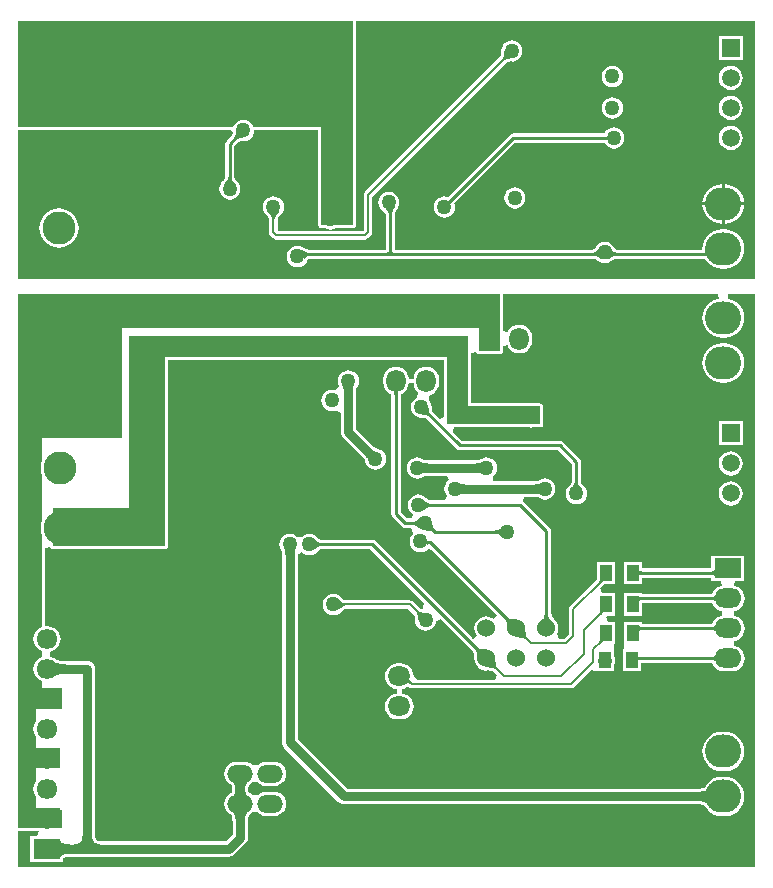
<source format=gbl>
G04*
G04 #@! TF.GenerationSoftware,Altium Limited,Altium Designer,20.1.7 (139)*
G04*
G04 Layer_Physical_Order=2*
G04 Layer_Color=16711680*
%FSTAX24Y24*%
%MOIN*%
G70*
G04*
G04 #@! TF.SameCoordinates,32A48367-B763-4124-948E-770BFEAF10EB*
G04*
G04*
G04 #@! TF.FilePolarity,Positive*
G04*
G01*
G75*
%ADD16C,0.0079*%
%ADD17C,0.0100*%
%ADD27R,0.0394X0.0550*%
%ADD31C,0.0600*%
%ADD57C,0.0315*%
%ADD61C,0.0512*%
%ADD62O,0.0860X0.0600*%
%ADD63C,0.1100*%
%ADD64O,0.1200X0.1100*%
%ADD65C,0.0598*%
%ADD66R,0.0598X0.0598*%
%ADD67O,0.0750X0.0650*%
%ADD68O,0.0709X0.0650*%
%ADD69R,0.0900X0.0650*%
%ADD70O,0.0900X0.0650*%
%ADD71O,0.0650X0.0750*%
%ADD72C,0.0500*%
G36*
X017648Y04595D02*
X017614Y04595D01*
X017552Y045945D01*
X017525Y045941D01*
X0175Y045935D01*
X017477Y045928D01*
X017456Y045919D01*
X017437Y045909D01*
X01742Y045898D01*
X017406Y045885D01*
X017335Y045956D01*
X017348Y04597D01*
X017359Y045987D01*
X017369Y046006D01*
X017378Y046027D01*
X017385Y04605D01*
X017391Y046075D01*
X017395Y046102D01*
X017398Y046132D01*
X0174Y046198D01*
X017648Y04595D01*
D02*
G37*
G36*
X017251Y044626D02*
X017255Y044606D01*
X017261Y044586D01*
X01727Y044565D01*
X017281Y044544D01*
X017295Y044522D01*
X017311Y044499D01*
X01733Y044476D01*
X017375Y044429D01*
X017025D01*
X017049Y044453D01*
X017089Y044499D01*
X017105Y044522D01*
X017119Y044544D01*
X01713Y044565D01*
X017139Y044586D01*
X017145Y044606D01*
X017149Y044626D01*
X01715Y044645D01*
X01725D01*
X017251Y044626D01*
D02*
G37*
G36*
X0213Y04305D02*
X02025D01*
Y0463D01*
X017987D01*
X017956Y046377D01*
X0179Y04645D01*
X017827Y046506D01*
X017741Y046541D01*
X01765Y046553D01*
X017559Y046541D01*
X017473Y046506D01*
X0174Y04645D01*
X017344Y046377D01*
X017313Y0463D01*
X010153D01*
Y049847D01*
X0213D01*
Y04305D01*
D02*
G37*
G36*
X034697Y04125D02*
X010153D01*
Y046198D01*
X017249D01*
X017296Y046148D01*
X017296Y046139D01*
X017294Y046116D01*
X01729Y046094D01*
X017286Y046076D01*
X017282Y046061D01*
X017277Y046049D01*
X017272Y04604D01*
X017268Y046035D01*
X017092Y045858D01*
X017059Y045809D01*
X017047Y04575D01*
Y044637D01*
X017046Y044631D01*
X017043Y044621D01*
X017038Y044609D01*
X01703Y044595D01*
X01702Y044579D01*
X017009Y044563D01*
X016974Y044522D01*
X016957Y044504D01*
X01695Y0445D01*
X016894Y044427D01*
X016859Y044341D01*
X016847Y04425D01*
X016859Y044159D01*
X016894Y044073D01*
X01695Y044D01*
X017023Y043944D01*
X017109Y043909D01*
X0172Y043897D01*
X017291Y043909D01*
X017377Y043944D01*
X01745Y044D01*
X017506Y044073D01*
X017541Y044159D01*
X017553Y04425D01*
X017541Y044341D01*
X017506Y044427D01*
X01745Y0445D01*
X017444Y044504D01*
X017407Y044544D01*
X017392Y044562D01*
X01738Y044579D01*
X01737Y044595D01*
X017362Y044609D01*
X017357Y044621D01*
X017354Y044631D01*
X017353Y044637D01*
Y045687D01*
X017485Y045818D01*
X01749Y045822D01*
X017499Y045827D01*
X017511Y045831D01*
X017526Y045836D01*
X017544Y04584D01*
X017564Y045844D01*
X017618Y045848D01*
X017642Y045848D01*
X01765Y045847D01*
X017741Y045859D01*
X017827Y045894D01*
X0179Y04595D01*
X017956Y046023D01*
X017991Y046109D01*
X018003Y046198D01*
X020148D01*
Y04305D01*
X020156Y043011D01*
X020178Y042978D01*
X020211Y042956D01*
X02025Y042948D01*
X020369D01*
X020373Y042944D01*
X020459Y042909D01*
X02055Y042897D01*
X020641Y042909D01*
X020727Y042944D01*
X020731Y042948D01*
X0213D01*
X021339Y042956D01*
X021372Y042978D01*
X021394Y043011D01*
X021402Y04305D01*
Y049847D01*
X034697D01*
Y04125D01*
D02*
G37*
G36*
Y021653D02*
X010153D01*
Y022848D01*
X010831D01*
X010848Y022832D01*
X010786Y022675D01*
X01055D01*
Y021825D01*
X01165D01*
Y021934D01*
X011651Y021942D01*
X011652Y021946D01*
X011654Y021949D01*
X01166Y021954D01*
X011673Y021962D01*
X011694Y021971D01*
X011724Y021979D01*
X011763Y021985D01*
X011809Y021989D01*
X011855Y02199D01*
X01717D01*
X017237Y021999D01*
X0173Y022025D01*
X017354Y022066D01*
X017734Y022446D01*
X017775Y0225D01*
X017801Y022563D01*
X01781Y02263D01*
Y023148D01*
X017811Y023205D01*
X017815Y023263D01*
X017822Y023313D01*
X017831Y023352D01*
X017841Y023382D01*
X017842Y023384D01*
X017882Y023401D01*
X017965Y023465D01*
X018135D01*
X018218Y023401D01*
X018316Y02336D01*
X01842Y023347D01*
X01868D01*
X018784Y02336D01*
X018882Y023401D01*
X018965Y023465D01*
X019029Y023548D01*
X01907Y023646D01*
X019083Y02375D01*
X01907Y023854D01*
X019029Y023952D01*
X018965Y024035D01*
X018882Y024099D01*
X018784Y02414D01*
X01868Y024153D01*
X01842D01*
X018316Y02414D01*
X018218Y024099D01*
X018135Y024035D01*
X017965D01*
X017882Y024099D01*
X017842Y024116D01*
X017841Y024118D01*
X017831Y024148D01*
X017822Y024186D01*
X017815Y024259D01*
X017815Y024263D01*
X017822Y024313D01*
X017831Y024352D01*
X017841Y024382D01*
X017842Y024384D01*
X017882Y024401D01*
X017965Y024465D01*
X018135D01*
X018218Y024401D01*
X018316Y02436D01*
X01842Y024347D01*
X01868D01*
X018784Y02436D01*
X018882Y024401D01*
X018965Y024465D01*
X019029Y024548D01*
X01907Y024646D01*
X019083Y02475D01*
X01907Y024854D01*
X019029Y024952D01*
X018965Y025035D01*
X018882Y025099D01*
X018784Y02514D01*
X01868Y025153D01*
X01842D01*
X018316Y02514D01*
X018218Y025099D01*
X018135Y025035D01*
X017965D01*
X017882Y025099D01*
X017784Y02514D01*
X01768Y025153D01*
X01742D01*
X017316Y02514D01*
X017218Y025099D01*
X017135Y025035D01*
X017071Y024952D01*
X01703Y024854D01*
X017017Y02475D01*
X01703Y024646D01*
X017071Y024548D01*
X017135Y024465D01*
X017218Y024401D01*
X017258Y024384D01*
X017259Y024382D01*
X017269Y024352D01*
X017278Y024314D01*
X017285Y024241D01*
X017285Y024237D01*
X017278Y024187D01*
X017269Y024148D01*
X017259Y024118D01*
X017258Y024116D01*
X017218Y024099D01*
X017135Y024035D01*
X017071Y023952D01*
X01703Y023854D01*
X017017Y02375D01*
X01703Y023646D01*
X017071Y023548D01*
X017135Y023465D01*
X017218Y023401D01*
X017258Y023384D01*
X017259Y023382D01*
X017269Y023352D01*
X017278Y023314D01*
X017289Y023203D01*
X01729Y023148D01*
Y022738D01*
X017062Y02251D01*
X01292D01*
X012874Y022512D01*
X012834Y022519D01*
X012802Y02253D01*
X012778Y022543D01*
X012759Y022559D01*
X012743Y022578D01*
X01273Y022602D01*
X012719Y022634D01*
X012712Y022674D01*
X01271Y02272D01*
Y02825D01*
X012701Y028317D01*
X012675Y02838D01*
X012634Y028434D01*
X01258Y028475D01*
X012517Y028501D01*
X01245Y02851D01*
X011723D01*
X011629Y028514D01*
X011587Y028519D01*
X011547Y028526D01*
X01151Y028534D01*
X011477Y028544D01*
X011447Y028556D01*
X01142Y028569D01*
X011396Y028584D01*
X011371Y028602D01*
X011364Y028606D01*
X011344Y028621D01*
X01124Y028664D01*
X011191Y028671D01*
Y028829D01*
X01124Y028836D01*
X011344Y028879D01*
X011432Y028947D01*
X011501Y029036D01*
X011543Y029139D01*
X011558Y02925D01*
X011543Y029361D01*
X011501Y029464D01*
X011432Y029553D01*
X011344Y029621D01*
X01124Y029664D01*
X011129Y029679D01*
X011071D01*
X011052Y029695D01*
Y032279D01*
X011195Y032309D01*
X011209Y032306D01*
X011228Y032278D01*
X011261Y032256D01*
X0113Y032248D01*
X015037Y032248D01*
X01505Y032248D01*
X01505Y032248D01*
X015089Y032256D01*
X015122Y032278D01*
X015144Y032311D01*
X015152Y03235D01*
X015152Y03235D01*
X015152Y032363D01*
X015152Y038548D01*
X024348Y038548D01*
X024348Y036635D01*
X024203Y036575D01*
X023962Y036815D01*
X023959Y03682D01*
X023954Y036829D01*
X023949Y036842D01*
X023944Y036857D01*
X02394Y036875D01*
X023937Y036895D01*
X023933Y036949D01*
X023933Y036973D01*
X023934Y036981D01*
X023922Y037072D01*
X023886Y037157D01*
X023835Y037224D01*
X023844Y037298D01*
X023847Y037317D01*
X023877Y037393D01*
X023964Y037429D01*
X024053Y037497D01*
X024121Y037586D01*
X024164Y037689D01*
X024179Y0378D01*
Y0379D01*
X024164Y038011D01*
X024121Y038114D01*
X024053Y038203D01*
X023964Y038271D01*
X023861Y038314D01*
X02375Y038329D01*
X023639Y038314D01*
X023536Y038271D01*
X023447Y038203D01*
X023379Y038114D01*
X023336Y038011D01*
X023326Y037933D01*
X023324Y037923D01*
X023166D01*
X023164Y037933D01*
X023154Y038011D01*
X023111Y038114D01*
X023043Y038203D01*
X022954Y038271D01*
X022851Y038314D01*
X02274Y038329D01*
X022629Y038314D01*
X022526Y038271D01*
X022437Y038203D01*
X022369Y038114D01*
X022326Y038011D01*
X022311Y0379D01*
Y0378D01*
X022326Y037689D01*
X022369Y037586D01*
X022437Y037497D01*
X022526Y037429D01*
X022587Y037403D01*
Y03341D01*
X022599Y033351D01*
X022632Y033302D01*
X022942Y032992D01*
X022991Y032959D01*
X02305Y032947D01*
X023239D01*
X023275Y032901D01*
X0233Y03275D01*
X023244Y032677D01*
X023209Y032591D01*
X023197Y0325D01*
X023209Y032409D01*
X023244Y032323D01*
X0233Y03225D01*
X023373Y032194D01*
X023459Y032159D01*
X02355Y032147D01*
X023641Y032159D01*
X023727Y032194D01*
X0238Y03225D01*
X023878Y032256D01*
X026098Y030035D01*
X025994Y029917D01*
X025952Y029949D01*
X025854Y02999D01*
X02575Y030003D01*
X025646Y02999D01*
X025548Y029949D01*
X025465Y029885D01*
X025401Y029802D01*
X02536Y029704D01*
X025347Y0296D01*
X02536Y029496D01*
X025401Y029398D01*
X025433Y029356D01*
X025315Y029252D01*
X022058Y032508D01*
X022009Y032541D01*
X02195Y032553D01*
X020237D01*
X020231Y032554D01*
X020221Y032557D01*
X020209Y032562D01*
X020195Y03257D01*
X020179Y03258D01*
X020163Y032591D01*
X020122Y032626D01*
X020104Y032643D01*
X0201Y03265D01*
X020027Y032706D01*
X019941Y032741D01*
X01985Y032753D01*
X019759Y032741D01*
X019673Y032706D01*
X0196Y03265D01*
X01945D01*
X019377Y032706D01*
X019291Y032741D01*
X0192Y032753D01*
X019109Y032741D01*
X019023Y032706D01*
X01895Y03265D01*
X018894Y032577D01*
X018859Y032491D01*
X018847Y0324D01*
X018859Y032309D01*
X018894Y032223D01*
X018935Y03217D01*
X01894Y032083D01*
Y0258D01*
X018949Y025733D01*
X018975Y02567D01*
X019016Y025616D01*
X020816Y023816D01*
X02087Y023775D01*
X020933Y023749D01*
X021Y02374D01*
X03277D01*
X032828Y023739D01*
X032889Y023735D01*
X032941Y023728D01*
X032983Y023719D01*
X033014Y023709D01*
X03302Y023705D01*
X033057Y023637D01*
X033138Y023538D01*
X033237Y023457D01*
X03335Y023397D01*
X033473Y023359D01*
X0336Y023347D01*
X0337D01*
X033827Y023359D01*
X03395Y023397D01*
X034063Y023457D01*
X034162Y023538D01*
X034243Y023637D01*
X034303Y02375D01*
X034341Y023873D01*
X034353Y024D01*
X034341Y024127D01*
X034303Y02425D01*
X034243Y024363D01*
X034162Y024462D01*
X034063Y024543D01*
X03395Y024603D01*
X033827Y024641D01*
X0337Y024653D01*
X0336D01*
X033473Y024641D01*
X03335Y024603D01*
X033237Y024543D01*
X033138Y024462D01*
X033057Y024363D01*
X03302Y024295D01*
X033014Y024291D01*
X032983Y024281D01*
X032942Y024272D01*
X032827Y024261D01*
X03277Y02426D01*
X021108D01*
X01946Y025908D01*
Y032068D01*
X01946Y032075D01*
X019557Y032127D01*
X019584Y032134D01*
X019619Y032136D01*
X019673Y032094D01*
X019759Y032059D01*
X01985Y032047D01*
X019941Y032059D01*
X020027Y032094D01*
X0201Y03215D01*
X020104Y032156D01*
X020144Y032193D01*
X020162Y032208D01*
X020179Y03222D01*
X020195Y03223D01*
X020209Y032238D01*
X020221Y032243D01*
X020231Y032246D01*
X020237Y032247D01*
X021887D01*
X023677Y030457D01*
X023654Y030267D01*
X023604Y030236D01*
X023587Y030239D01*
X023571Y030243D01*
X023559Y030248D01*
X02355Y030252D01*
X023547Y030254D01*
X0233Y0305D01*
X023254Y030531D01*
X0232Y030542D01*
X021043D01*
X021039Y030543D01*
X02103Y030546D01*
X021018Y030552D01*
X021003Y03056D01*
X020986Y030571D01*
X020969Y030585D01*
X020924Y030624D01*
X020904Y030643D01*
X0209Y03065D01*
X020827Y030706D01*
X020741Y030741D01*
X02065Y030753D01*
X020559Y030741D01*
X020473Y030706D01*
X0204Y03065D01*
X020344Y030577D01*
X020309Y030491D01*
X020297Y0304D01*
X020309Y030309D01*
X020344Y030223D01*
X0204Y03015D01*
X020473Y030094D01*
X020559Y030059D01*
X02065Y030047D01*
X020741Y030059D01*
X020827Y030094D01*
X0209Y03015D01*
X020904Y030157D01*
X020924Y030176D01*
X020969Y030215D01*
X020986Y030229D01*
X021003Y03024D01*
X021018Y030248D01*
X02103Y030254D01*
X021039Y030257D01*
X021043Y030258D01*
X023141D01*
X023346Y030053D01*
X023348Y03005D01*
X023352Y030041D01*
X023357Y030029D01*
X023361Y030013D01*
X023365Y029993D01*
X023368Y029971D01*
X023372Y029912D01*
X023372Y029884D01*
X023371Y029876D01*
X023383Y029785D01*
X023418Y029699D01*
X023474Y029626D01*
X023548Y02957D01*
X023633Y029535D01*
X023724Y029523D01*
X023815Y029535D01*
X023901Y02957D01*
X023974Y029626D01*
X02403Y029699D01*
X024065Y029785D01*
X024072Y029839D01*
X024168Y029891D01*
X024233Y029901D01*
X025311Y028823D01*
X025316Y028815D01*
X025322Y028803D01*
X025328Y028786D01*
X025334Y028765D01*
X025339Y028741D01*
X025343Y028713D01*
X025348Y028643D01*
X025348Y028611D01*
X025347Y0286D01*
X02536Y028496D01*
X025401Y028398D01*
X025465Y028315D01*
X025548Y028251D01*
X025646Y02821D01*
X02575Y028197D01*
X025761Y028198D01*
X025796Y028198D01*
X025872Y028194D01*
X025901Y02819D01*
X025928Y028185D01*
X025949Y02818D01*
X025966Y028174D01*
X025978Y028169D01*
X025984Y028165D01*
X026099Y02805D01*
X026034Y027892D01*
X023472D01*
X023329Y02801D01*
X023314Y028121D01*
X023271Y028224D01*
X023203Y028313D01*
X023114Y028381D01*
X023011Y028424D01*
X0229Y028439D01*
X0228D01*
X022689Y028424D01*
X022586Y028381D01*
X022497Y028313D01*
X022429Y028224D01*
X022386Y028121D01*
X022371Y02801D01*
X022386Y027899D01*
X022429Y027796D01*
X022497Y027707D01*
X022586Y027639D01*
X022689Y027596D01*
X022767Y027586D01*
X022777Y027584D01*
Y027426D01*
X022767Y027424D01*
X022689Y027414D01*
X022586Y027371D01*
X022497Y027303D01*
X022429Y027214D01*
X022386Y027111D01*
X022371Y027D01*
X022386Y026889D01*
X022429Y026786D01*
X022497Y026697D01*
X022586Y026629D01*
X022689Y026586D01*
X0228Y026571D01*
X0229D01*
X023011Y026586D01*
X023114Y026629D01*
X023203Y026697D01*
X023271Y026786D01*
X023314Y026889D01*
X023329Y027D01*
X023314Y027111D01*
X023271Y027214D01*
X023203Y027303D01*
X023114Y027371D01*
X023011Y027414D01*
X022933Y027424D01*
X022923Y027426D01*
Y027584D01*
X022933Y027586D01*
X023011Y027596D01*
X023114Y027639D01*
X02315Y027666D01*
X023166Y02765D01*
X023212Y027619D01*
X023267Y027608D01*
X023267Y027608D01*
X028578D01*
X028632Y027619D01*
X028678Y02765D01*
X029246Y028217D01*
X029403Y028175D01*
Y028175D01*
X029997D01*
Y028342D01*
X030006Y028353D01*
X030041Y028439D01*
X030053Y02853D01*
X030041Y028621D01*
X030006Y028707D01*
X029997Y028718D01*
Y028925D01*
X029997D01*
X030015Y029075D01*
X030047D01*
Y029825D01*
X029815D01*
X029737Y029982D01*
X029769Y030025D01*
X030047D01*
Y030775D01*
X029599D01*
X029533Y030932D01*
X029643Y031042D01*
X02967Y031066D01*
X02968Y031074D01*
X029683Y031075D01*
X029683D01*
X029686Y031074D01*
X02969Y031075D01*
X030047D01*
Y031825D01*
X029453D01*
Y031306D01*
X02945Y031293D01*
Y031253D01*
X029443Y031244D01*
X02855Y03035D01*
X028519Y030304D01*
X028508Y03025D01*
Y029409D01*
X028341Y029242D01*
X028178D01*
X028099Y029398D01*
X02814Y029496D01*
X028153Y0296D01*
X02814Y029704D01*
X028099Y029802D01*
X028035Y029885D01*
X028026Y029892D01*
X028004Y029914D01*
X027958Y029968D01*
X027946Y029983D01*
X027947Y029985D01*
X027951Y029998D01*
X02795Y030005D01*
X027952Y030011D01*
X027949Y030024D01*
X027948Y030038D01*
X027945Y030044D01*
X027944Y03005D01*
X027936Y030061D01*
X02793Y030074D01*
X027925Y030078D01*
X027922Y030083D01*
X02791Y030091D01*
X027903Y030097D01*
X027903Y030101D01*
Y03285D01*
X027891Y032909D01*
X027858Y032958D01*
X026996Y03382D01*
X026977Y033833D01*
X027002Y033988D01*
X027003Y03399D01*
X027368D01*
X027428Y033989D01*
X027461Y033987D01*
X02747Y033986D01*
X027523Y033944D01*
X027609Y033909D01*
X0277Y033897D01*
X027791Y033909D01*
X027877Y033944D01*
X02795Y034D01*
X028006Y034073D01*
X028041Y034159D01*
X028053Y03425D01*
X028041Y034341D01*
X028006Y034427D01*
X02795Y0345D01*
X027877Y034556D01*
X027791Y034591D01*
X0277Y034603D01*
X027609Y034591D01*
X027523Y034556D01*
X02747Y034515D01*
X027383Y03451D01*
X025998D01*
X02598Y034543D01*
X025956Y034667D01*
X026Y0347D01*
X026056Y034773D01*
X026091Y034859D01*
X026103Y03495D01*
X026091Y035041D01*
X026056Y035127D01*
X026Y0352D01*
X025927Y035256D01*
X025841Y035291D01*
X02575Y035303D01*
X025659Y035291D01*
X025573Y035256D01*
X02552Y035215D01*
X025433Y03521D01*
X023782D01*
X023722Y035211D01*
X023689Y035213D01*
X02368Y035214D01*
X023627Y035256D01*
X023541Y035291D01*
X02345Y035303D01*
X023359Y035291D01*
X023273Y035256D01*
X0232Y0352D01*
X023144Y035127D01*
X023109Y035041D01*
X023097Y03495D01*
X023109Y034859D01*
X023144Y034773D01*
X0232Y0347D01*
X023273Y034644D01*
X023359Y034609D01*
X02345Y034597D01*
X023541Y034609D01*
X023627Y034644D01*
X02368Y034685D01*
X023767Y03469D01*
X024452D01*
X02447Y034657D01*
X024494Y034533D01*
X02445Y0345D01*
X024394Y034427D01*
X024359Y034341D01*
X024347Y03425D01*
X024359Y034159D01*
X024394Y034073D01*
X024434Y034022D01*
X024413Y033938D01*
X024368Y033865D01*
X023875D01*
X023869Y033866D01*
X023859Y033869D01*
X023847Y033874D01*
X023833Y033881D01*
X023817Y033891D01*
X0238Y033903D01*
X02376Y033938D01*
X023742Y033955D01*
X023738Y033961D01*
X023664Y034018D01*
X023579Y034053D01*
X023488Y034065D01*
X023397Y034053D01*
X023311Y034018D01*
X023238Y033961D01*
X023182Y033888D01*
X023147Y033803D01*
X023135Y033712D01*
X023147Y03362D01*
X023182Y033535D01*
X023238Y033462D01*
X023295Y033419D01*
X023295Y033419D01*
X023306Y033398D01*
X023307Y033395D01*
X023257Y033287D01*
X023096Y033271D01*
X022893Y033473D01*
Y037403D01*
X022954Y037429D01*
X023043Y037497D01*
X023111Y037586D01*
X023154Y037689D01*
X023164Y037767D01*
X023166Y037777D01*
X023324D01*
X023326Y037767D01*
X023336Y037689D01*
X023379Y037586D01*
X023447Y037497D01*
X023471Y037478D01*
X023477Y037432D01*
X023444Y037303D01*
X023404Y037286D01*
X023331Y03723D01*
X023275Y037157D01*
X02324Y037072D01*
X023228Y036981D01*
X02324Y036889D01*
X023275Y036804D01*
X023331Y036731D01*
X023404Y036675D01*
X023489Y03664D01*
X023581Y036628D01*
X023587Y036629D01*
X023642Y036627D01*
X023665Y036624D01*
X023686Y036621D01*
X023705Y036617D01*
X02372Y036612D01*
X023732Y036607D01*
X023741Y036602D01*
X023746Y036599D01*
X024753Y035592D01*
X024803Y035559D01*
X024861Y035547D01*
X028137D01*
X028597Y035087D01*
Y034487D01*
X028596Y034481D01*
X028593Y034471D01*
X028588Y034459D01*
X02858Y034445D01*
X02857Y034429D01*
X028559Y034413D01*
X028524Y034372D01*
X028507Y034354D01*
X0285Y03435D01*
X028444Y034277D01*
X028409Y034191D01*
X028397Y0341D01*
X028409Y034009D01*
X028444Y033923D01*
X0285Y03385D01*
X028573Y033794D01*
X028659Y033759D01*
X02875Y033747D01*
X028841Y033759D01*
X028927Y033794D01*
X029Y03385D01*
X029056Y033923D01*
X029091Y034009D01*
X029103Y0341D01*
X029091Y034191D01*
X029056Y034277D01*
X029Y03435D01*
X028994Y034354D01*
X028957Y034394D01*
X028942Y034412D01*
X02893Y034429D01*
X02892Y034445D01*
X028912Y034459D01*
X028907Y034471D01*
X028904Y034481D01*
X028903Y034487D01*
Y03515D01*
X028891Y035209D01*
X028858Y035258D01*
X028308Y035808D01*
X028259Y035841D01*
X0282Y035853D01*
X024925D01*
X024625Y036153D01*
X024685Y036298D01*
X027197D01*
X02725Y036291D01*
X027303Y036298D01*
X02755D01*
X027589Y036306D01*
X027622Y036328D01*
X027644Y036361D01*
X027652Y0364D01*
Y037D01*
X027644Y037039D01*
X027622Y037072D01*
X027589Y037094D01*
X02755Y037102D01*
X025252D01*
Y038779D01*
X025395Y038809D01*
X025409Y038806D01*
X025428Y038778D01*
X025461Y038756D01*
X0255Y038748D01*
X0262D01*
X026239Y038756D01*
X026272Y038778D01*
X026294Y038811D01*
X026302Y03885D01*
Y039001D01*
X026459Y039032D01*
X026479Y038986D01*
X026547Y038897D01*
X026636Y038829D01*
X026739Y038786D01*
X02685Y038771D01*
X026961Y038786D01*
X027064Y038829D01*
X027153Y038897D01*
X027221Y038986D01*
X027264Y039089D01*
X027279Y0392D01*
Y0393D01*
X027264Y039411D01*
X027221Y039514D01*
X027153Y039603D01*
X027064Y039671D01*
X026961Y039714D01*
X02685Y039729D01*
X026739Y039714D01*
X026636Y039671D01*
X026547Y039603D01*
X026479Y039514D01*
X026459Y039468D01*
X026302Y039499D01*
Y04075D01*
X033484D01*
X033492Y040593D01*
X033473Y040591D01*
X03335Y040553D01*
X033237Y040493D01*
X033138Y040412D01*
X033057Y040313D01*
X032997Y0402D01*
X032959Y040077D01*
X032947Y03995D01*
X032959Y039823D01*
X032997Y0397D01*
X033057Y039587D01*
X033138Y039488D01*
X033237Y039407D01*
X03335Y039347D01*
X033473Y039309D01*
X0336Y039297D01*
X0337D01*
X033827Y039309D01*
X03395Y039347D01*
X034063Y039407D01*
X034162Y039488D01*
X034243Y039587D01*
X034303Y0397D01*
X034341Y039823D01*
X034353Y03995D01*
X034341Y040077D01*
X034303Y0402D01*
X034243Y040313D01*
X034162Y040412D01*
X034063Y040493D01*
X03395Y040553D01*
X033827Y040591D01*
X033808Y040593D01*
X033816Y04075D01*
X034697D01*
Y021653D01*
D02*
G37*
G36*
X0262Y03885D02*
X0255D01*
Y0396D01*
X0136D01*
Y03595D01*
X01095D01*
Y035205D01*
X010947Y035199D01*
X01091Y035077D01*
X010897Y034949D01*
X01091Y034822D01*
X010947Y034699D01*
X01095Y034694D01*
Y033194D01*
X010913Y033073D01*
X010901Y032946D01*
X010913Y032819D01*
X01095Y032698D01*
Y02966D01*
X010856Y029621D01*
X010768Y029553D01*
X010699Y029464D01*
X010657Y029361D01*
X010642Y02925D01*
X010657Y029139D01*
X010699Y029036D01*
X010768Y028947D01*
X010856Y028879D01*
X01095Y02884D01*
Y02866D01*
X010856Y028621D01*
X010768Y028553D01*
X010699Y028464D01*
X010657Y028361D01*
X010642Y02825D01*
X010657Y028139D01*
X010699Y028036D01*
X010768Y027947D01*
X010856Y027879D01*
X01095Y02784D01*
Y0276D01*
X0116D01*
Y0269D01*
X01075D01*
Y02653D01*
X010699Y026464D01*
X010657Y026361D01*
X010642Y02625D01*
X010657Y026139D01*
X010699Y026036D01*
X01075Y02597D01*
Y0256D01*
X01155D01*
Y02495D01*
X01075D01*
Y02453D01*
X010699Y024464D01*
X010657Y024361D01*
X010642Y02425D01*
X010657Y024139D01*
X010699Y024036D01*
X01075Y02397D01*
Y0236D01*
X01155D01*
Y02355D01*
X0116D01*
Y02295D01*
X010153D01*
Y0396D01*
Y04075D01*
X0262D01*
Y03885D01*
D02*
G37*
G36*
X02283Y037492D02*
X022822Y037489D01*
X022814Y037483D01*
X022808Y037475D01*
X022802Y037465D01*
X022798Y037452D01*
X022794Y037437D01*
X022792Y03742D01*
X022791Y037401D01*
X02279Y03738D01*
X02269D01*
X022689Y037401D01*
X022688Y03742D01*
X022686Y037437D01*
X022682Y037452D01*
X022678Y037465D01*
X022672Y037475D01*
X022666Y037483D01*
X022658Y037489D01*
X02265Y037492D01*
X02264Y037493D01*
X02284D01*
X02283Y037492D01*
D02*
G37*
G36*
X023831Y036944D02*
X023836Y036883D01*
X02384Y036856D01*
X023846Y03683D01*
X023853Y036807D01*
X023862Y036786D01*
X023871Y036768D01*
X023883Y036751D01*
X023895Y036737D01*
X023825Y036666D01*
X02381Y036679D01*
X023794Y03669D01*
X023775Y0367D01*
X023754Y036708D01*
X023731Y036715D01*
X023706Y036721D01*
X023678Y036726D01*
X023649Y036729D01*
X023583Y036731D01*
X023831Y036978D01*
X023831Y036944D01*
D02*
G37*
G36*
X02515Y037D02*
X02755D01*
Y0364D01*
X02445D01*
X02445Y03865D01*
X01505Y03865D01*
X01505Y03235D01*
X0113Y03235D01*
Y0336D01*
X01385D01*
Y03935D01*
X02515D01*
Y037D01*
D02*
G37*
G36*
X025571Y034775D02*
X025567Y034778D01*
X025559Y034781D01*
X025549Y034784D01*
X025537Y034786D01*
X025521Y034788D01*
X025483Y034791D01*
X025406Y034793D01*
Y035107D01*
X025434Y035108D01*
X025537Y035114D01*
X025549Y035116D01*
X025559Y035119D01*
X025567Y035122D01*
X025571Y035125D01*
Y034775D01*
D02*
G37*
G36*
X023633Y035122D02*
X023641Y035119D01*
X023651Y035116D01*
X023663Y035114D01*
X023679Y035112D01*
X023717Y035109D01*
X023794Y035107D01*
Y034793D01*
X023766Y034792D01*
X023663Y034786D01*
X023651Y034784D01*
X023641Y034781D01*
X023633Y034778D01*
X023629Y034775D01*
Y035125D01*
X023633Y035122D01*
D02*
G37*
G36*
X028801Y034476D02*
X028805Y034456D01*
X028811Y034436D01*
X02882Y034415D01*
X028831Y034394D01*
X028845Y034372D01*
X028861Y034349D01*
X02888Y034326D01*
X028925Y034279D01*
X028575D01*
X028599Y034303D01*
X028639Y034349D01*
X028655Y034372D01*
X028669Y034394D01*
X02868Y034415D01*
X028689Y034436D01*
X028695Y034456D01*
X028699Y034476D01*
X0287Y034495D01*
X0288D01*
X028801Y034476D01*
D02*
G37*
G36*
X027521Y034075D02*
X027517Y034078D01*
X027509Y034081D01*
X027499Y034084D01*
X027487Y034086D01*
X027471Y034088D01*
X027433Y034091D01*
X027356Y034093D01*
Y034407D01*
X027384Y034408D01*
X027487Y034414D01*
X027499Y034416D01*
X027509Y034419D01*
X027517Y034422D01*
X027521Y034425D01*
Y034075D01*
D02*
G37*
G36*
X024883Y034422D02*
X024891Y034419D01*
X024901Y034416D01*
X024913Y034414D01*
X024929Y034412D01*
X024967Y034409D01*
X025044Y034407D01*
Y034093D01*
X025016Y034092D01*
X024913Y034086D01*
X024901Y034084D01*
X024891Y034081D01*
X024883Y034078D01*
X024879Y034075D01*
Y034425D01*
X024883Y034422D01*
D02*
G37*
G36*
X023691Y033863D02*
X023737Y033823D01*
X02376Y033807D01*
X023782Y033793D01*
X023803Y033782D01*
X023824Y033773D01*
X023844Y033767D01*
X023864Y033763D01*
X023883Y033762D01*
Y033662D01*
X023864Y033661D01*
X023844Y033657D01*
X023824Y033651D01*
X023803Y033642D01*
X023782Y033631D01*
X02376Y033617D01*
X023737Y033601D01*
X023714Y033582D01*
X023666Y033537D01*
Y033887D01*
X023691Y033863D01*
D02*
G37*
G36*
X023521Y032925D02*
X023497Y032949D01*
X023451Y032989D01*
X023428Y033005D01*
X023406Y033019D01*
X023385Y03303D01*
X023364Y033039D01*
X023344Y033045D01*
X023324Y033049D01*
X023305Y03305D01*
Y03315D01*
X023324Y033151D01*
X023344Y033155D01*
X023364Y033161D01*
X023385Y03317D01*
X023406Y033181D01*
X023428Y033195D01*
X023451Y033211D01*
X023474Y03323D01*
X023521Y033275D01*
Y032925D01*
D02*
G37*
G36*
X023953Y033103D02*
X023975Y033011D01*
X023984Y032985D01*
X023993Y032962D01*
X024003Y032941D01*
X024013Y032923D01*
X024024Y032907D01*
X024035Y032894D01*
X023977Y032811D01*
X023961Y032824D01*
X023944Y032836D01*
X023926Y032845D01*
X023905Y032852D01*
X023883Y032858D01*
X023859Y032861D01*
X023833Y032862D01*
X023805Y032861D01*
X023775Y032859D01*
X023744Y032854D01*
X023947Y033139D01*
X023953Y033103D01*
D02*
G37*
G36*
X026271Y032643D02*
X026247Y032666D01*
X026201Y032706D01*
X026178Y032723D01*
X026156Y032736D01*
X026135Y032748D01*
X026114Y032756D01*
X026094Y032763D01*
X026074Y032766D01*
X026055Y032768D01*
Y032868D01*
X026074Y032869D01*
X026094Y032873D01*
X026114Y032879D01*
X026135Y032888D01*
X026156Y032899D01*
X026178Y032913D01*
X026201Y032929D01*
X026224Y032948D01*
X026271Y032993D01*
Y032643D01*
D02*
G37*
G36*
X023794Y032558D02*
X023799Y03255D01*
X023805Y032542D01*
X023812Y032536D01*
X023821Y03253D01*
X023831Y032525D01*
X023842Y032522D01*
X023854Y032519D01*
X023868Y032518D01*
X023883Y032517D01*
Y032417D01*
X023865Y032417D01*
X023849Y032415D01*
X023834Y032413D01*
X02382Y03241D01*
X023808Y032406D01*
X023797Y032401D01*
X023787Y032395D01*
X023778Y032388D01*
X023771Y03238D01*
X023764Y032372D01*
X023791Y032568D01*
X023794Y032558D01*
D02*
G37*
G36*
X020053Y032551D02*
X020099Y032511D01*
X020122Y032495D01*
X020144Y032481D01*
X020165Y03247D01*
X020186Y032461D01*
X020206Y032455D01*
X020226Y032451D01*
X020245Y03245D01*
Y03235D01*
X020226Y032349D01*
X020206Y032345D01*
X020186Y032339D01*
X020165Y03233D01*
X020144Y032319D01*
X020122Y032305D01*
X020099Y032289D01*
X020076Y03227D01*
X020029Y032225D01*
Y032575D01*
X020053Y032551D01*
D02*
G37*
G36*
X019372Y032217D02*
X019369Y032209D01*
X019366Y032199D01*
X019364Y032187D01*
X019362Y032171D01*
X019359Y032133D01*
X019357Y032056D01*
X019043D01*
X019042Y032084D01*
X019036Y032187D01*
X019034Y032199D01*
X019031Y032209D01*
X019028Y032217D01*
X019025Y032221D01*
X019375D01*
X019372Y032217D01*
D02*
G37*
G36*
X029688Y031176D02*
X02968Y031179D01*
X029671Y03118D01*
X029661Y031178D01*
X029649Y031174D01*
X029636Y031167D01*
X029621Y031157D01*
X029605Y031145D01*
X029569Y031113D01*
X029548Y031093D01*
X029499Y031154D01*
X029515Y031171D01*
X029541Y031202D01*
X02955Y031215D01*
X029557Y031227D01*
X029561Y031237D01*
X029563Y031246D01*
X029563Y031254D01*
X02956Y031261D01*
X029554Y031266D01*
X029688Y031176D01*
D02*
G37*
G36*
X020855Y030549D02*
X020904Y030506D01*
X020927Y030488D01*
X02095Y030473D01*
X020971Y030461D01*
X020991Y030452D01*
X021011Y030445D01*
X021029Y030441D01*
X021047Y030439D01*
Y030361D01*
X021029Y030359D01*
X021011Y030355D01*
X020991Y030348D01*
X020971Y030339D01*
X02095Y030327D01*
X020927Y030312D01*
X020904Y030294D01*
X020855Y030251D01*
X020829Y030225D01*
Y030575D01*
X020855Y030549D01*
D02*
G37*
G36*
X029688Y030126D02*
X02968Y030129D01*
X029671Y03013D01*
X029661Y030128D01*
X029649Y030124D01*
X029636Y030117D01*
X029621Y030107D01*
X029605Y030095D01*
X029569Y030063D01*
X029548Y030043D01*
X029499Y030104D01*
X029515Y030121D01*
X029541Y030152D01*
X02955Y030165D01*
X029557Y030177D01*
X029561Y030187D01*
X029563Y030196D01*
X029563Y030204D01*
X02956Y030211D01*
X029554Y030216D01*
X029688Y030126D01*
D02*
G37*
G36*
X023485Y030173D02*
X023501Y030163D01*
X023519Y030154D01*
X02354Y030146D01*
X023564Y03014D01*
X02359Y030134D01*
X023619Y03013D01*
X023685Y030126D01*
X023722Y030126D01*
X023474Y029878D01*
X023474Y029915D01*
X02347Y029981D01*
X023466Y03001D01*
X02346Y030036D01*
X023454Y03006D01*
X023446Y030081D01*
X023437Y030099D01*
X023427Y030115D01*
X023416Y030129D01*
X023471Y030184D01*
X023485Y030173D01*
D02*
G37*
G36*
X027801Y030104D02*
X027802Y030084D01*
X027804Y030067D01*
X027808Y030052D01*
X027812Y030039D01*
X027818Y030029D01*
X027824Y030021D01*
X027832Y030015D01*
X02784Y030012D01*
X02785Y030011D01*
X027814D01*
X027814Y030008D01*
X027826Y029984D01*
X02784Y029958D01*
X027858Y029931D01*
X027878Y029904D01*
X02793Y029845D01*
X02796Y029814D01*
X02754D01*
X02757Y029845D01*
X027622Y029904D01*
X027642Y029931D01*
X02766Y029958D01*
X027674Y029984D01*
X027686Y030008D01*
X027686Y030011D01*
X02765D01*
X02766Y030012D01*
X027668Y030015D01*
X027676Y030021D01*
X027682Y030029D01*
X027688Y030039D01*
X027692Y030052D01*
X027696Y030067D01*
X027698Y030084D01*
X027699Y030104D01*
X0277Y030125D01*
X0278D01*
X027801Y030104D01*
D02*
G37*
G36*
X026465Y029958D02*
X026485Y029945D01*
X026507Y029934D01*
X026532Y029925D01*
X02656Y029917D01*
X026592Y02991D01*
X026626Y029906D01*
X026704Y0299D01*
X026747Y0299D01*
X02645Y029603D01*
X02645Y029646D01*
X026444Y029724D01*
X02644Y029758D01*
X026433Y02979D01*
X026425Y029818D01*
X026416Y029843D01*
X026405Y029865D01*
X026392Y029885D01*
X026378Y029901D01*
X026449Y029972D01*
X026465Y029958D01*
D02*
G37*
G36*
X02705Y029551D02*
X027059Y029433D01*
X027065Y029401D01*
X027072Y029372D01*
X027081Y029346D01*
X027091Y029324D01*
X027103Y029306D01*
X027115Y02929D01*
X02706Y029235D01*
X027044Y029247D01*
X027026Y029259D01*
X027004Y029269D01*
X026978Y029278D01*
X026949Y029285D01*
X026917Y029291D01*
X026881Y029295D01*
X026799Y0293D01*
X026753Y0293D01*
X02705Y029597D01*
X02705Y029551D01*
D02*
G37*
G36*
X029688Y029176D02*
X02968Y029179D01*
X029671Y02918D01*
X029661Y029178D01*
X029649Y029174D01*
X029636Y029167D01*
X029621Y029157D01*
X029605Y029145D01*
X029569Y029113D01*
X029548Y029093D01*
X029499Y029154D01*
X029515Y029171D01*
X029541Y029202D01*
X02955Y029215D01*
X029557Y029227D01*
X029561Y029237D01*
X029563Y029246D01*
X029563Y029254D01*
X02956Y029261D01*
X029554Y029266D01*
X029688Y029176D01*
D02*
G37*
G36*
X025465Y028958D02*
X025485Y028945D01*
X025507Y028934D01*
X025532Y028925D01*
X02556Y028917D01*
X025592Y02891D01*
X025626Y028906D01*
X025704Y0289D01*
X025747Y0289D01*
X02545Y028603D01*
X02545Y028646D01*
X025444Y028724D01*
X02544Y028758D01*
X025433Y02879D01*
X025425Y028818D01*
X025416Y028843D01*
X025405Y028865D01*
X025392Y028885D01*
X025378Y028901D01*
X025449Y028972D01*
X025465Y028958D01*
D02*
G37*
G36*
X02605Y028551D02*
X026059Y028433D01*
X026065Y028401D01*
X026072Y028372D01*
X026081Y028346D01*
X026091Y028324D01*
X026103Y028306D01*
X026115Y02829D01*
X02606Y028235D01*
X026044Y028247D01*
X026026Y028259D01*
X026004Y028269D01*
X025978Y028278D01*
X025949Y028285D01*
X025917Y028291D01*
X025881Y028295D01*
X025799Y0283D01*
X025753Y0283D01*
X02605Y028597D01*
X02605Y028551D01*
D02*
G37*
G36*
X011339Y028499D02*
X011371Y02848D01*
X011406Y028463D01*
X011443Y028448D01*
X011483Y028436D01*
X011526Y028426D01*
X011572Y028418D01*
X011621Y028412D01*
X011727Y028407D01*
Y028093D01*
X011673Y028091D01*
X011572Y028082D01*
X011526Y028074D01*
X011483Y028064D01*
X011443Y028052D01*
X011406Y028037D01*
X011371Y02802D01*
X011339Y028001D01*
X01131Y027979D01*
Y028521D01*
X011339Y028499D01*
D02*
G37*
G36*
X023206Y027911D02*
X023204Y027903D01*
X023204Y027895D01*
X023206Y027886D01*
X02321Y027876D01*
X023215Y027866D01*
X023221Y027856D01*
X02323Y027845D01*
X02324Y027833D01*
X023251Y027821D01*
X023209Y027752D01*
X023197Y027764D01*
X023186Y027773D01*
X023176Y02778D01*
X023166Y027786D01*
X023158Y02779D01*
X02315Y027791D01*
X023143Y027791D01*
X023137Y027789D01*
X023131Y027785D01*
X023127Y027779D01*
X023209Y027918D01*
X023206Y027911D01*
D02*
G37*
G36*
X017834Y024512D02*
X017808Y024501D01*
X017784Y024482D01*
X017764Y024456D01*
X017747Y024422D01*
X017733Y02438D01*
X017722Y024331D01*
X017714Y024274D01*
X017713Y024257D01*
X017722Y024169D01*
X017733Y02412D01*
X017747Y024078D01*
X017764Y024044D01*
X017784Y024018D01*
X017808Y023999D01*
X017834Y023988D01*
X017864Y023984D01*
X017236D01*
X017266Y023988D01*
X017292Y023999D01*
X017316Y024018D01*
X017336Y024044D01*
X017353Y024078D01*
X017367Y02412D01*
X017378Y024169D01*
X017386Y024226D01*
X017387Y024243D01*
X017378Y024331D01*
X017367Y02438D01*
X017353Y024422D01*
X017336Y024456D01*
X017316Y024482D01*
X017292Y024501D01*
X017266Y024512D01*
X017236Y024516D01*
X017864D01*
X017834Y024512D01*
D02*
G37*
G36*
X03315Y023686D02*
X033146Y023715D01*
X033135Y023742D01*
X033115Y023766D01*
X033088Y023786D01*
X033052Y023803D01*
X033009Y023817D01*
X032958Y023828D01*
X0329Y023836D01*
X032833Y023841D01*
X032758Y023843D01*
Y024157D01*
X032833Y024159D01*
X032958Y024172D01*
X033009Y024183D01*
X033052Y024197D01*
X033088Y024214D01*
X033115Y024234D01*
X033135Y024258D01*
X033146Y024285D01*
X03315Y024314D01*
Y023686D01*
D02*
G37*
G36*
X017834Y023512D02*
X017808Y023501D01*
X017784Y023482D01*
X017764Y023456D01*
X017747Y023422D01*
X017733Y02338D01*
X017722Y023331D01*
X017714Y023274D01*
X017709Y023209D01*
X017707Y023138D01*
X017393D01*
X017391Y023209D01*
X017378Y023331D01*
X017367Y02338D01*
X017353Y023422D01*
X017336Y023456D01*
X017316Y023482D01*
X017292Y023501D01*
X017266Y023512D01*
X017236Y023516D01*
X017864D01*
X017834Y023512D01*
D02*
G37*
G36*
X012611Y022663D02*
X01262Y022609D01*
X012636Y022562D01*
X012658Y022521D01*
X012686Y022486D01*
X012721Y022458D01*
X012762Y022436D01*
X012809Y02242D01*
X012863Y022411D01*
X012922Y022407D01*
X01245Y022093D01*
X011978Y022407D01*
X012037Y022411D01*
X012091Y02242D01*
X012138Y022436D01*
X012179Y022458D01*
X012214Y022486D01*
X012242Y022521D01*
X012264Y022562D01*
X01228Y022609D01*
X012289Y022663D01*
X012293Y022722D01*
X012607D01*
X012611Y022663D01*
D02*
G37*
G36*
X011551Y022535D02*
X01156Y022508D01*
X011576Y022485D01*
X011598Y022464D01*
X011627Y022447D01*
X011661Y022433D01*
X011703Y022422D01*
X01175Y022414D01*
X011804Y022409D01*
X011864Y022407D01*
Y022093D01*
X011804Y022091D01*
X01175Y022086D01*
X011703Y022078D01*
X011661Y022067D01*
X011627Y022053D01*
X011598Y022036D01*
X011576Y022015D01*
X01156Y021992D01*
X011551Y021965D01*
X011548Y021935D01*
Y022565D01*
X011551Y022535D01*
D02*
G37*
%LPC*%
G36*
X034299Y049349D02*
X033501D01*
Y048551D01*
X034299D01*
Y049349D01*
D02*
G37*
G36*
X0266Y049203D02*
X026509Y049191D01*
X026423Y049156D01*
X02635Y0491D01*
X026294Y049027D01*
X026259Y048941D01*
X026247Y04885D01*
X026248Y048842D01*
X026248Y048814D01*
X026244Y048755D01*
X026241Y048733D01*
X026237Y048713D01*
X026233Y048697D01*
X026228Y048685D01*
X026224Y048676D01*
X026222Y048673D01*
X0217Y04415D01*
X021669Y044104D01*
X021658Y04405D01*
Y042859D01*
X021641Y042842D01*
X018809D01*
X018792Y042859D01*
Y043257D01*
X018793Y043261D01*
X018796Y04327D01*
X018802Y043282D01*
X01881Y043297D01*
X018821Y043314D01*
X018835Y043331D01*
X018874Y043376D01*
X018893Y043396D01*
X0189Y0434D01*
X018956Y043473D01*
X018991Y043559D01*
X019003Y04365D01*
X018991Y043741D01*
X018956Y043827D01*
X0189Y0439D01*
X018827Y043956D01*
X018741Y043991D01*
X01865Y044003D01*
X018559Y043991D01*
X018473Y043956D01*
X0184Y0439D01*
X018344Y043827D01*
X018309Y043741D01*
X018297Y04365D01*
X018309Y043559D01*
X018344Y043473D01*
X0184Y0434D01*
X018407Y043396D01*
X018426Y043376D01*
X018465Y043331D01*
X018479Y043314D01*
X01849Y043297D01*
X018498Y043282D01*
X018504Y04327D01*
X018507Y043261D01*
X018508Y043257D01*
Y0428D01*
X018519Y042746D01*
X01855Y0427D01*
X01865Y0426D01*
X018696Y042569D01*
X01875Y042558D01*
X0217D01*
X021754Y042569D01*
X0218Y0426D01*
X0219Y0427D01*
X021931Y042746D01*
X021942Y0428D01*
Y043991D01*
X026423Y048472D01*
X026426Y048474D01*
X026435Y048478D01*
X026447Y048483D01*
X026463Y048487D01*
X026483Y048491D01*
X026505Y048494D01*
X026564Y048498D01*
X026592Y048498D01*
X0266Y048497D01*
X026691Y048509D01*
X026777Y048544D01*
X02685Y0486D01*
X026906Y048673D01*
X026941Y048759D01*
X026953Y04885D01*
X026941Y048941D01*
X026906Y049027D01*
X02685Y0491D01*
X026777Y049156D01*
X026691Y049191D01*
X0266Y049203D01*
D02*
G37*
G36*
X02995Y048353D02*
X029859Y048341D01*
X029773Y048306D01*
X0297Y04825D01*
X029644Y048177D01*
X029609Y048091D01*
X029597Y048D01*
X029609Y047909D01*
X029644Y047823D01*
X0297Y04775D01*
X029773Y047694D01*
X029859Y047659D01*
X02995Y047647D01*
X030041Y047659D01*
X030127Y047694D01*
X0302Y04775D01*
X030256Y047823D01*
X030291Y047909D01*
X030303Y048D01*
X030291Y048091D01*
X030256Y048177D01*
X0302Y04825D01*
X030127Y048306D01*
X030041Y048341D01*
X02995Y048353D01*
D02*
G37*
G36*
X0339Y048353D02*
X033796Y048339D01*
X033699Y048299D01*
X033615Y048235D01*
X033551Y048151D01*
X033511Y048054D01*
X033497Y04795D01*
X033511Y047846D01*
X033551Y047749D01*
X033615Y047665D01*
X033699Y047601D01*
X033796Y047561D01*
X0339Y047547D01*
X034004Y047561D01*
X034101Y047601D01*
X034185Y047665D01*
X034249Y047749D01*
X034289Y047846D01*
X034303Y04795D01*
X034289Y048054D01*
X034249Y048151D01*
X034185Y048235D01*
X034101Y048299D01*
X034004Y048339D01*
X0339Y048353D01*
D02*
G37*
G36*
X02995Y047303D02*
X029859Y047291D01*
X029773Y047256D01*
X0297Y0472D01*
X029644Y047127D01*
X029609Y047041D01*
X029597Y04695D01*
X029609Y046859D01*
X029644Y046773D01*
X0297Y0467D01*
X029773Y046644D01*
X029859Y046609D01*
X02995Y046597D01*
X030041Y046609D01*
X030127Y046644D01*
X0302Y0467D01*
X030256Y046773D01*
X030291Y046859D01*
X030303Y04695D01*
X030291Y047041D01*
X030256Y047127D01*
X0302Y0472D01*
X030127Y047256D01*
X030041Y047291D01*
X02995Y047303D01*
D02*
G37*
G36*
X0339Y047353D02*
X033796Y047339D01*
X033699Y047299D01*
X033615Y047235D01*
X033551Y047151D01*
X033511Y047054D01*
X033497Y04695D01*
X033511Y046846D01*
X033551Y046749D01*
X033615Y046665D01*
X033699Y046601D01*
X033796Y046561D01*
X0339Y046547D01*
X034004Y046561D01*
X034101Y046601D01*
X034185Y046665D01*
X034249Y046749D01*
X034289Y046846D01*
X034303Y04695D01*
X034289Y047054D01*
X034249Y047151D01*
X034185Y047235D01*
X034101Y047299D01*
X034004Y047339D01*
X0339Y047353D01*
D02*
G37*
G36*
X03Y046303D02*
X029909Y046291D01*
X029823Y046256D01*
X02975Y0462D01*
X029694Y046127D01*
X029685Y046103D01*
X02665D01*
X026591Y046091D01*
X026542Y046058D01*
X024465Y043981D01*
X024441Y043991D01*
X02435Y044003D01*
X024259Y043991D01*
X024173Y043956D01*
X0241Y0439D01*
X024044Y043827D01*
X024009Y043741D01*
X023997Y04365D01*
X024009Y043559D01*
X024044Y043473D01*
X0241Y0434D01*
X024173Y043344D01*
X024259Y043309D01*
X02435Y043297D01*
X024441Y043309D01*
X024527Y043344D01*
X0246Y0434D01*
X024656Y043473D01*
X024691Y043559D01*
X024703Y04365D01*
X024691Y043741D01*
X024681Y043765D01*
X026713Y045797D01*
X029685D01*
X029694Y045773D01*
X02975Y0457D01*
X029823Y045644D01*
X029909Y045609D01*
X03Y045597D01*
X030091Y045609D01*
X030177Y045644D01*
X03025Y0457D01*
X030306Y045773D01*
X030341Y045859D01*
X030353Y04595D01*
X030341Y046041D01*
X030306Y046127D01*
X03025Y0462D01*
X030177Y046256D01*
X030091Y046291D01*
X03Y046303D01*
D02*
G37*
G36*
X0339Y046353D02*
X033796Y046339D01*
X033699Y046299D01*
X033615Y046235D01*
X033551Y046151D01*
X033511Y046054D01*
X033497Y04595D01*
X033511Y045846D01*
X033551Y045749D01*
X033615Y045665D01*
X033699Y045601D01*
X033796Y045561D01*
X0339Y045547D01*
X034004Y045561D01*
X034101Y045601D01*
X034185Y045665D01*
X034249Y045749D01*
X034289Y045846D01*
X034303Y04595D01*
X034289Y046054D01*
X034249Y046151D01*
X034185Y046235D01*
X034101Y046299D01*
X034004Y046339D01*
X0339Y046353D01*
D02*
G37*
G36*
X0337Y044403D02*
D01*
Y0438D01*
X034348D01*
X034341Y043877D01*
X034303Y044D01*
X034243Y044113D01*
X034162Y044212D01*
X034063Y044293D01*
X03395Y044353D01*
X033827Y044391D01*
X0337Y044403D01*
D02*
G37*
G36*
X0336D02*
X033473Y044391D01*
X03335Y044353D01*
X033237Y044293D01*
X033138Y044212D01*
X033057Y044113D01*
X032997Y044D01*
X032959Y043877D01*
X032952Y0438D01*
X0336D01*
Y044403D01*
D02*
G37*
G36*
X0267Y044303D02*
X026609Y044291D01*
X026524Y044256D01*
X02645Y0442D01*
X026394Y044127D01*
X026359Y044041D01*
X026347Y04395D01*
X026359Y043859D01*
X026394Y043774D01*
X02645Y0437D01*
X026524Y043644D01*
X026609Y043609D01*
X0267Y043597D01*
X026791Y043609D01*
X026877Y043644D01*
X02695Y0437D01*
X027006Y043774D01*
X027041Y043859D01*
X027053Y04395D01*
X027041Y044041D01*
X027006Y044127D01*
X02695Y0442D01*
X026877Y044256D01*
X026791Y044291D01*
X0267Y044303D01*
D02*
G37*
G36*
X034348Y0437D02*
X0337D01*
Y043097D01*
X033827Y043109D01*
X03395Y043147D01*
X034063Y043207D01*
X034162Y043288D01*
X034243Y043387D01*
X034303Y0435D01*
X034341Y043623D01*
X034348Y0437D01*
D02*
G37*
G36*
X0336D02*
X032952D01*
X032959Y043623D01*
X032997Y0435D01*
X033057Y043387D01*
X033138Y043288D01*
X033237Y043207D01*
X03335Y043147D01*
X033473Y043109D01*
X0336Y043097D01*
D01*
Y0437D01*
D02*
G37*
G36*
X011504Y043599D02*
X011377Y043587D01*
X011254Y043549D01*
X011141Y043489D01*
X011042Y043408D01*
X010961Y043309D01*
X0109Y043196D01*
X010863Y043073D01*
X010851Y042946D01*
X010863Y042819D01*
X0109Y042696D01*
X010961Y042583D01*
X011042Y042484D01*
X011141Y042403D01*
X011254Y042343D01*
X011377Y042305D01*
X011504Y042293D01*
X011631Y042305D01*
X011754Y042343D01*
X011867Y042403D01*
X011966Y042484D01*
X012047Y042583D01*
X012107Y042696D01*
X012145Y042819D01*
X012157Y042946D01*
X012145Y043073D01*
X012107Y043196D01*
X012047Y043309D01*
X011966Y043408D01*
X011867Y043489D01*
X011754Y043549D01*
X011631Y043587D01*
X011504Y043599D01*
D02*
G37*
G36*
X0225Y044153D02*
X022409Y044141D01*
X022323Y044106D01*
X02225Y04405D01*
X022194Y043977D01*
X022159Y043891D01*
X022147Y0438D01*
X022159Y043709D01*
X022194Y043623D01*
X02225Y04355D01*
X022302Y043511D01*
X022307Y043506D01*
X022322Y043495D01*
X022323Y043494D01*
X022324Y043494D01*
X02233Y04349D01*
X022348Y043476D01*
X022362Y043463D01*
X022374Y043451D01*
X022383Y043439D01*
X022389Y04343D01*
X022393Y043421D01*
X022396Y043413D01*
X022397Y043408D01*
Y042229D01*
X019809D01*
X019804Y04223D01*
X019791Y042233D01*
X019778Y042237D01*
X019645Y042295D01*
X01963Y042303D01*
X019627Y042306D01*
X019619Y042309D01*
X019613Y042312D01*
X019613Y042312D01*
X019613Y042312D01*
X019608Y042313D01*
X019541Y042341D01*
X01945Y042353D01*
X019359Y042341D01*
X019273Y042306D01*
X0192Y04225D01*
X019144Y042177D01*
X019109Y042091D01*
X019097Y042D01*
X019109Y041909D01*
X019144Y041823D01*
X0192Y04175D01*
X019273Y041694D01*
X019359Y041659D01*
X01945Y041647D01*
X019541Y041659D01*
X019627Y041694D01*
X0197Y04175D01*
X019756Y041823D01*
X019762Y041838D01*
X019763Y04184D01*
X019776Y041863D01*
X019787Y04188D01*
X019797Y041893D01*
X019807Y041904D01*
X019815Y041912D01*
X019823Y041917D01*
X019829Y04192D01*
X019835Y041923D01*
X01984Y041924D01*
X029332D01*
X029338Y041923D01*
X02935Y041919D01*
X029366Y041914D01*
X029383Y041907D01*
X029429Y041885D01*
X029484Y041855D01*
X029514Y041836D01*
X029515Y041836D01*
X029523Y04183D01*
X029609Y041794D01*
X0297Y041782D01*
X029791Y041794D01*
X029877Y04183D01*
X029885Y041836D01*
X029886Y041836D01*
X029916Y041855D01*
X029971Y041885D01*
X030017Y041907D01*
X030034Y041914D01*
X03005Y041919D01*
X030062Y041923D01*
X030068Y041924D01*
X033022D01*
X033027Y041923D01*
X033037Y041922D01*
X033039Y041921D01*
X033057Y041887D01*
X033138Y041788D01*
X033237Y041707D01*
X03335Y041647D01*
X033473Y041609D01*
X0336Y041597D01*
X0337D01*
X033827Y041609D01*
X03395Y041647D01*
X034063Y041707D01*
X034162Y041788D01*
X034243Y041887D01*
X034303Y042D01*
X034341Y042123D01*
X034353Y04225D01*
X034341Y042377D01*
X034303Y0425D01*
X034243Y042613D01*
X034162Y042712D01*
X034063Y042793D01*
X03395Y042853D01*
X033827Y042891D01*
X0337Y042903D01*
X0336D01*
X033473Y042891D01*
X03335Y042853D01*
X033237Y042793D01*
X033138Y042712D01*
X033057Y042613D01*
X032997Y0425D01*
X032959Y042377D01*
X032947Y04225D01*
X032928Y042229D01*
X030092D01*
X030086Y042231D01*
X030079Y042233D01*
X030072Y042237D01*
X030062Y042243D01*
X030052Y042251D01*
X030041Y042263D01*
X030028Y042277D01*
X030015Y042295D01*
X030008Y042307D01*
X030006Y042312D01*
X02995Y042385D01*
X029877Y042441D01*
X029791Y042476D01*
X0297Y042488D01*
X029609Y042476D01*
X029523Y042441D01*
X02945Y042385D01*
X029394Y042312D01*
X029392Y042307D01*
X029385Y042295D01*
X029372Y042277D01*
X029359Y042263D01*
X029348Y042251D01*
X029338Y042243D01*
X029328Y042237D01*
X029321Y042233D01*
X029314Y042231D01*
X029308Y042229D01*
X022703D01*
Y043428D01*
X022704Y043434D01*
X022707Y043445D01*
X022721Y043481D01*
X022729Y043498D01*
X022774Y043576D01*
X022792Y043604D01*
X022794Y043608D01*
X022806Y043623D01*
X022841Y043709D01*
X022853Y0438D01*
X022841Y043891D01*
X022806Y043977D01*
X02275Y04405D01*
X022677Y044106D01*
X022591Y044141D01*
X0225Y044153D01*
D02*
G37*
%LPD*%
G36*
X026597Y0486D02*
X026561Y0486D01*
X026495Y048596D01*
X026466Y048592D01*
X02644Y048586D01*
X026416Y04858D01*
X026395Y048572D01*
X026377Y048563D01*
X026361Y048553D01*
X026347Y048542D01*
X026292Y048597D01*
X026303Y048611D01*
X026313Y048627D01*
X026322Y048645D01*
X02633Y048666D01*
X026336Y04869D01*
X026342Y048716D01*
X026346Y048745D01*
X02635Y048811D01*
X02635Y048847D01*
X026597Y0486D01*
D02*
G37*
G36*
X018799Y043445D02*
X018756Y043396D01*
X018738Y043373D01*
X018723Y04335D01*
X018711Y043329D01*
X018702Y043309D01*
X018695Y043289D01*
X018691Y043271D01*
X018689Y043253D01*
X018611D01*
X018609Y043271D01*
X018605Y043289D01*
X018598Y043309D01*
X018589Y043329D01*
X018577Y04335D01*
X018562Y043373D01*
X018544Y043396D01*
X018501Y043445D01*
X018475Y043471D01*
X018825D01*
X018799Y043445D01*
D02*
G37*
G36*
X022687Y043629D02*
X022639Y043546D01*
X022627Y043521D01*
X02261Y043476D01*
X022604Y043456D01*
X022601Y043438D01*
X0226Y043421D01*
X0225Y0434D01*
X022499Y04342D01*
X022495Y04344D01*
X022488Y04346D01*
X022478Y04348D01*
X022466Y043499D01*
X022451Y043518D01*
X022433Y043536D01*
X022413Y043554D01*
X02239Y043572D01*
X022364Y04359D01*
X022707Y04366D01*
X022687Y043629D01*
D02*
G37*
G36*
X029931Y042237D02*
X029948Y042214D01*
X029966Y042194D01*
X029984Y042176D01*
X030002Y042161D01*
X030021Y042148D01*
X03004Y042139D01*
X030059Y042132D01*
X030079Y042128D01*
X0301Y042127D01*
X030075Y042027D01*
X030059Y042025D01*
X030041Y042022D01*
X030021Y042017D01*
X029999Y04201D01*
X029976Y042001D01*
X029924Y041976D01*
X029865Y041943D01*
X029832Y041923D01*
X0297Y042053D01*
X029568Y041923D01*
X029535Y041943D01*
X029476Y041976D01*
X029424Y042001D01*
X029401Y04201D01*
X029379Y042017D01*
X029359Y042022D01*
X029341Y042025D01*
X029325Y042027D01*
X0293Y042127D01*
X029321Y042128D01*
X029341Y042132D01*
X02936Y042139D01*
X029379Y042148D01*
X029398Y042161D01*
X029416Y042176D01*
X029434Y042194D01*
X029452Y042214D01*
X029469Y042237D01*
X029485Y042263D01*
X0297Y042053D01*
X029915Y042263D01*
X029931Y042237D01*
D02*
G37*
G36*
X022601Y042208D02*
X022604Y042191D01*
X022609Y042176D01*
X022616Y042163D01*
X022625Y042152D01*
X022636Y042143D01*
X022649Y042136D01*
X022664Y042131D01*
X022681Y042128D01*
X0227Y042127D01*
X02255Y042027D01*
X0224Y042127D01*
X022419Y042128D01*
X022436Y042131D01*
X022451Y042136D01*
X022464Y042143D01*
X022475Y042152D01*
X022484Y042163D01*
X022491Y042176D01*
X022496Y042191D01*
X022499Y042208D01*
X0225Y042227D01*
X0226D01*
X022601Y042208D01*
D02*
G37*
G36*
X033125Y041977D02*
X033121Y041987D01*
X033114Y041995D01*
X033106Y042002D01*
X033097Y042009D01*
X033085Y042014D01*
X033071Y042019D01*
X033056Y042022D01*
X033039Y042025D01*
X03302Y042026D01*
X032999Y042027D01*
X032965Y042127D01*
X032986Y042127D01*
X033004Y042129D01*
X033019Y042131D01*
X033032Y042135D01*
X033042Y042139D01*
X03305Y042145D01*
X033055Y042151D01*
X033058Y042159D01*
X033059Y042167D01*
X033056Y042177D01*
X033125Y041977D01*
D02*
G37*
G36*
X019601Y042203D02*
X019743Y042142D01*
X019764Y042135D01*
X019784Y04213D01*
X019801Y042127D01*
X019816Y042127D01*
X019849Y042027D01*
X019828Y042025D01*
X019808Y042021D01*
X019788Y042014D01*
X01977Y042004D01*
X019752Y041992D01*
X019735Y041977D01*
X019718Y041959D01*
X019703Y041938D01*
X019688Y041914D01*
X019674Y041888D01*
X019566Y042221D01*
X019601Y042203D01*
D02*
G37*
%LPC*%
G36*
X0337Y039103D02*
X0336D01*
X033473Y039091D01*
X03335Y039053D01*
X033237Y038993D01*
X033138Y038912D01*
X033057Y038813D01*
X032997Y0387D01*
X032959Y038577D01*
X032947Y03845D01*
X032959Y038323D01*
X032997Y0382D01*
X033057Y038087D01*
X033138Y037988D01*
X033237Y037907D01*
X03335Y037847D01*
X033473Y037809D01*
X0336Y037797D01*
X0337D01*
X033827Y037809D01*
X03395Y037847D01*
X034063Y037907D01*
X034162Y037988D01*
X034243Y038087D01*
X034303Y0382D01*
X034341Y038323D01*
X034353Y03845D01*
X034341Y038577D01*
X034303Y0387D01*
X034243Y038813D01*
X034162Y038912D01*
X034063Y038993D01*
X03395Y039053D01*
X033827Y039091D01*
X0337Y039103D01*
D02*
G37*
G36*
X02115Y038203D02*
X021059Y038191D01*
X020973Y038156D01*
X0209Y0381D01*
X020844Y038027D01*
X020809Y037941D01*
X020797Y03785D01*
X020809Y037759D01*
X020844Y037673D01*
X020753Y037534D01*
X020733Y037524D01*
X020733Y037524D01*
X020691Y037541D01*
X0206Y037553D01*
X020509Y037541D01*
X020423Y037506D01*
X02035Y03745D01*
X020294Y037377D01*
X020259Y037291D01*
X020247Y0372D01*
X020259Y037109D01*
X020294Y037023D01*
X02035Y03695D01*
X020423Y036894D01*
X020509Y036859D01*
X0206Y036847D01*
X020691Y036859D01*
X020733Y036876D01*
X020852Y03682D01*
X02089Y036783D01*
Y03615D01*
X020899Y036083D01*
X020925Y03602D01*
X020966Y035966D01*
X021631Y035301D01*
X021673Y035258D01*
X021695Y035233D01*
X0217Y035226D01*
X021709Y035159D01*
X021744Y035073D01*
X0218Y035D01*
X021873Y034944D01*
X021959Y034909D01*
X02205Y034897D01*
X022141Y034909D01*
X022227Y034944D01*
X0223Y035D01*
X022356Y035073D01*
X022391Y035159D01*
X022403Y03525D01*
X022391Y035341D01*
X022356Y035427D01*
X0223Y0355D01*
X022227Y035556D01*
X022141Y035591D01*
X022075Y0356D01*
X022009Y035658D01*
X02141Y036258D01*
Y037518D01*
X021411Y037578D01*
X021413Y037611D01*
X021414Y03762D01*
X021456Y037673D01*
X021491Y037759D01*
X021503Y03785D01*
X021491Y037941D01*
X021456Y038027D01*
X0214Y0381D01*
X021327Y038156D01*
X021241Y038191D01*
X02115Y038203D01*
D02*
G37*
G36*
X034299Y036499D02*
X033501D01*
Y035701D01*
X034299D01*
Y036499D01*
D02*
G37*
G36*
X0339Y035503D02*
X033796Y035489D01*
X033699Y035449D01*
X033615Y035385D01*
X033551Y035301D01*
X033511Y035204D01*
X033497Y0351D01*
X033511Y034996D01*
X033551Y034899D01*
X033615Y034815D01*
X033699Y034751D01*
X033796Y034711D01*
X0339Y034697D01*
X034004Y034711D01*
X034101Y034751D01*
X034185Y034815D01*
X034249Y034899D01*
X034289Y034996D01*
X034303Y0351D01*
X034289Y035204D01*
X034249Y035301D01*
X034185Y035385D01*
X034101Y035449D01*
X034004Y035489D01*
X0339Y035503D01*
D02*
G37*
G36*
Y034503D02*
X033796Y034489D01*
X033699Y034449D01*
X033615Y034385D01*
X033551Y034301D01*
X033511Y034204D01*
X033497Y0341D01*
X033511Y033996D01*
X033551Y033899D01*
X033615Y033815D01*
X033699Y033751D01*
X033796Y033711D01*
X0339Y033697D01*
X034004Y033711D01*
X034101Y033751D01*
X034185Y033815D01*
X034249Y033899D01*
X034289Y033996D01*
X034303Y0341D01*
X034289Y034204D01*
X034249Y034301D01*
X034185Y034385D01*
X034101Y034449D01*
X034004Y034489D01*
X0339Y034503D01*
D02*
G37*
G36*
X034354Y032025D02*
X033254D01*
Y031603D01*
X030947D01*
Y031825D01*
X030353D01*
Y031075D01*
X030947D01*
Y031297D01*
X033254D01*
Y031175D01*
X033584D01*
X033595Y031018D01*
X033568Y031014D01*
X033465Y030971D01*
X033376Y030903D01*
X033308Y030814D01*
X033283Y030753D01*
X030947D01*
X030947Y030775D01*
X030846Y030776D01*
X030842Y030775D01*
X030789Y030775D01*
X030353D01*
Y030025D01*
X030947D01*
Y030447D01*
X033283D01*
X033308Y030386D01*
X033376Y030297D01*
X033465Y030229D01*
X033568Y030186D01*
X033618Y030179D01*
Y030021D01*
X033568Y030014D01*
X033465Y029971D01*
X033376Y029903D01*
X033308Y029814D01*
X033283Y029753D01*
X030947D01*
Y029825D01*
X030353D01*
Y029082D01*
X030353Y029075D01*
X030335Y028925D01*
X030303D01*
Y028175D01*
X030897D01*
Y028447D01*
X033283D01*
X033308Y028386D01*
X033376Y028297D01*
X033465Y028229D01*
X033568Y028186D01*
X033679Y028171D01*
X033929D01*
X03404Y028186D01*
X034144Y028229D01*
X034232Y028297D01*
X034301Y028386D01*
X034343Y028489D01*
X034358Y0286D01*
X034343Y028711D01*
X034301Y028814D01*
X034232Y028903D01*
X034144Y028971D01*
X03404Y029014D01*
X033991Y029021D01*
Y029179D01*
X03404Y029186D01*
X034144Y029229D01*
X034232Y029297D01*
X034301Y029386D01*
X034343Y029489D01*
X034358Y0296D01*
X034343Y029711D01*
X034301Y029814D01*
X034232Y029903D01*
X034144Y029971D01*
X03404Y030014D01*
X033991Y030021D01*
Y030179D01*
X03404Y030186D01*
X034144Y030229D01*
X034232Y030297D01*
X034301Y030386D01*
X034343Y030489D01*
X034358Y0306D01*
X034343Y030711D01*
X034301Y030814D01*
X034232Y030903D01*
X034144Y030971D01*
X03404Y031014D01*
X034014Y031018D01*
X034024Y031175D01*
X034354D01*
Y032025D01*
D02*
G37*
G36*
X0337Y026153D02*
X0336D01*
X033473Y026141D01*
X03335Y026103D01*
X033237Y026043D01*
X033138Y025962D01*
X033057Y025863D01*
X032997Y02575D01*
X032959Y025627D01*
X032947Y0255D01*
X032959Y025373D01*
X032997Y02525D01*
X033057Y025137D01*
X033138Y025038D01*
X033237Y024957D01*
X03335Y024897D01*
X033473Y024859D01*
X0336Y024847D01*
X0337D01*
X033827Y024859D01*
X03395Y024897D01*
X034063Y024957D01*
X034162Y025038D01*
X034243Y025137D01*
X034303Y02525D01*
X034341Y025373D01*
X034353Y0255D01*
X034341Y025627D01*
X034303Y02575D01*
X034243Y025863D01*
X034162Y025962D01*
X034063Y026043D01*
X03395Y026103D01*
X033827Y026141D01*
X0337Y026153D01*
D02*
G37*
%LPD*%
G36*
X021322Y037667D02*
X021319Y037659D01*
X021316Y037649D01*
X021314Y037637D01*
X021312Y037621D01*
X021309Y037583D01*
X021307Y037506D01*
X020993D01*
X020992Y037534D01*
X020986Y037637D01*
X020984Y037649D01*
X020981Y037659D01*
X020978Y037667D01*
X020975Y037671D01*
X021325D01*
X021322Y037667D01*
D02*
G37*
G36*
X021938Y035585D02*
X022015Y035517D01*
X022026Y035509D01*
X022034Y035504D01*
X022042Y035501D01*
X022048Y0355D01*
X0218Y035252D01*
X021799Y035258D01*
X021796Y035266D01*
X021791Y035274D01*
X021783Y035285D01*
X021774Y035297D01*
X021749Y035326D01*
X021695Y035382D01*
X021918Y035605D01*
X021938Y035585D01*
D02*
G37*
G36*
X033357Y03135D02*
X033356Y03136D01*
X033353Y031368D01*
X033348Y031376D01*
X033341Y031382D01*
X033331Y031388D01*
X03332Y031392D01*
X033307Y031395D01*
X033292Y031398D01*
X033275Y0314D01*
X033256Y0314D01*
Y0315D01*
X033275Y0315D01*
X033292Y031502D01*
X033307Y031504D01*
X03332Y031508D01*
X033331Y031512D01*
X033341Y031518D01*
X033348Y031525D01*
X033353Y031532D01*
X033356Y031541D01*
X033357Y03155D01*
Y03135D01*
D02*
G37*
G36*
X030845Y031541D02*
X030848Y031532D01*
X030854Y031525D01*
X030861Y031518D01*
X03087Y031512D01*
X030881Y031508D01*
X030894Y031504D01*
X030909Y031502D01*
X030926Y0315D01*
X030946Y0315D01*
Y0314D01*
X030926Y0314D01*
X030909Y031398D01*
X030894Y031395D01*
X030881Y031392D01*
X03087Y031388D01*
X030861Y031382D01*
X030854Y031376D01*
X030848Y031368D01*
X030845Y03136D01*
X030844Y03135D01*
Y03155D01*
X030845Y031541D01*
D02*
G37*
G36*
X033372Y0305D02*
X033371Y03051D01*
X033368Y030518D01*
X033362Y030526D01*
X033354Y030532D01*
X033344Y030538D01*
X033332Y030542D01*
X033317Y030546D01*
X0333Y030548D01*
X03328Y030549D01*
X033259Y03055D01*
Y03065D01*
X03328Y03065D01*
X0333Y030652D01*
X033317Y030654D01*
X033332Y030658D01*
X033344Y030662D01*
X033354Y030668D01*
X033362Y030674D01*
X033368Y030682D01*
X033371Y03069D01*
X033372Y0307D01*
Y0305D01*
D02*
G37*
G36*
X030847Y030669D02*
X03085Y030665D01*
X030855Y030662D01*
X030862Y030659D01*
X030871Y030656D01*
X030882Y030654D01*
X030895Y030652D01*
X030927Y03065D01*
X030946Y03065D01*
Y03055D01*
X030926Y030549D01*
X030909Y030548D01*
X030894Y030545D01*
X030881Y030542D01*
X03087Y030538D01*
X030861Y030532D01*
X030854Y030526D01*
X030849Y030518D01*
X030846Y03051D01*
X030844Y0305D01*
X030846Y030674D01*
X030847Y030669D01*
D02*
G37*
G36*
X033372Y0295D02*
X033371Y02951D01*
X033368Y029518D01*
X033362Y029526D01*
X033354Y029532D01*
X033344Y029538D01*
X033332Y029542D01*
X033317Y029546D01*
X0333Y029548D01*
X03328Y02955D01*
X033259Y02955D01*
Y02965D01*
X03328Y02965D01*
X0333Y029652D01*
X033317Y029654D01*
X033332Y029658D01*
X033344Y029662D01*
X033354Y029668D01*
X033362Y029674D01*
X033368Y029682D01*
X033371Y02969D01*
X033372Y0297D01*
Y0295D01*
D02*
G37*
G36*
X030845Y02969D02*
X030848Y029682D01*
X030854Y029674D01*
X030861Y029668D01*
X03087Y029662D01*
X030881Y029658D01*
X030894Y029655D01*
X030909Y029652D01*
X030926Y02965D01*
X030946Y02965D01*
Y02955D01*
X030926Y02955D01*
X030909Y029548D01*
X030894Y029546D01*
X030881Y029542D01*
X03087Y029537D01*
X030861Y029532D01*
X030854Y029525D01*
X030848Y029518D01*
X030845Y029509D01*
X030844Y0295D01*
Y0297D01*
X030845Y02969D01*
D02*
G37*
G36*
X033372Y0285D02*
X033371Y02851D01*
X033368Y028518D01*
X033362Y028526D01*
X033354Y028532D01*
X033344Y028538D01*
X033332Y028542D01*
X033317Y028546D01*
X0333Y028548D01*
X03328Y028549D01*
X033259Y02855D01*
Y02865D01*
X03328Y028651D01*
X0333Y028652D01*
X033317Y028654D01*
X033332Y028658D01*
X033344Y028662D01*
X033354Y028668D01*
X033362Y028674D01*
X033368Y028682D01*
X033371Y02869D01*
X033372Y0287D01*
Y0285D01*
D02*
G37*
G36*
X030795Y028691D02*
X030798Y028682D01*
X030804Y028674D01*
X030811Y028668D01*
X03082Y028663D01*
X030831Y028658D01*
X030844Y028654D01*
X030859Y028652D01*
X030876Y028651D01*
X030896Y02865D01*
Y02855D01*
X030876Y028549D01*
X030859Y028548D01*
X030844Y028545D01*
X030831Y028542D01*
X03082Y028537D01*
X030811Y028532D01*
X030804Y028526D01*
X030798Y028518D01*
X030795Y02851D01*
X030794Y0285D01*
Y0287D01*
X030795Y028691D01*
D02*
G37*
D16*
X0293Y028472D02*
Y0289D01*
X029592Y029293D02*
X02975Y02945D01*
X029592Y029193D02*
Y029293D01*
X0293Y0289D02*
X029592Y029193D01*
X029Y02875D02*
Y02955D01*
X029592Y030243D02*
X02975Y0304D01*
X029592Y030143D02*
Y030243D01*
X029Y02955D02*
X029592Y030143D01*
X02865Y02935D02*
Y03025D01*
X029592Y031293D02*
X02975Y03145D01*
X029592Y031193D02*
Y031293D01*
X02865Y03025D02*
X029592Y031193D01*
X0284Y0291D02*
X02865Y02935D01*
X02825Y028D02*
X029Y02875D01*
X02635Y028D02*
X02825D01*
X028578Y02775D02*
X0293Y028472D01*
X02285Y02801D02*
X023007D01*
X023267Y02775D01*
X028578D01*
X02575Y0286D02*
X02635Y028D01*
X02725Y0291D02*
X0284D01*
X02675Y0296D02*
X02725Y0291D01*
X02065Y0304D02*
X0232D01*
X023724Y029876D01*
X0218Y04405D02*
X0266Y04885D01*
X0218Y0428D02*
Y04405D01*
X0217Y0427D02*
X0218Y0428D01*
X01875Y0427D02*
X0217D01*
X01865Y0428D02*
X01875Y0427D01*
X01865Y0428D02*
Y04365D01*
D17*
X023759Y0331D02*
X024041Y032818D01*
X02305Y0331D02*
X023759D01*
X02274Y03341D02*
X02305Y0331D01*
X02274Y03341D02*
Y0381D01*
X02355Y0325D02*
X023583Y032467D01*
X023883D01*
X02675Y0296D01*
X02195Y0324D02*
X02575Y0286D01*
X01985Y0324D02*
X02195D01*
X0306Y02855D02*
X03065Y0286D01*
X033804D01*
X03065Y02945D02*
Y029453D01*
X030797Y0296D01*
X033804D01*
X03065Y0304D02*
Y030453D01*
X030797Y0306D01*
X033804D01*
X03065Y03145D02*
X033654D01*
X033804Y0316D01*
X024041Y032818D02*
X02645D01*
X02875Y0341D02*
Y03515D01*
X0282Y0357D02*
X02875Y03515D01*
X024861Y0357D02*
X0282D01*
X023581Y036981D02*
X024861Y0357D01*
X023488Y033712D02*
X026888D01*
X02775Y0296D02*
Y03285D01*
X026888Y033712D02*
X02775Y03285D01*
X02435Y04365D02*
X02665Y04595D01*
X03D01*
X0172Y04425D02*
Y04575D01*
X01765Y0462D01*
X0225Y0438D02*
X02255Y04375D01*
Y042077D02*
X033477D01*
X019527D02*
X02255D01*
Y04375D01*
X033477Y042077D02*
X03365Y04225D01*
X01945Y042D02*
X019527Y042077D01*
D27*
X0297Y02855D02*
D03*
X0306D02*
D03*
X02975Y02945D02*
D03*
X03065D02*
D03*
X02975Y0304D02*
D03*
X03065D02*
D03*
X02975Y03145D02*
D03*
X03065D02*
D03*
D31*
X02675Y0296D02*
D03*
X02775D02*
D03*
X02575D02*
D03*
X02774Y0286D02*
D03*
X02675D02*
D03*
X02575D02*
D03*
D57*
X01245Y02225D02*
X01717D01*
X0111D02*
X01245D01*
Y02825D01*
X0111D02*
X01245D01*
X02115Y03615D02*
Y03785D01*
Y03615D02*
X02205Y03525D01*
X021Y024D02*
X03365D01*
X0192Y0258D02*
X021Y024D01*
X0192Y0258D02*
Y0324D01*
X0247Y03425D02*
X0277D01*
X02345Y03495D02*
X02575D01*
X01755Y02263D02*
Y02375D01*
X01717Y02225D02*
X01755Y02263D01*
Y02375D02*
Y02475D01*
X010975Y02225D02*
X0111D01*
X010975Y02825D02*
X0111D01*
D61*
X02725Y03665D02*
D03*
D62*
X01855Y02375D02*
D03*
Y02475D02*
D03*
X01755Y02375D02*
D03*
Y02475D02*
D03*
D63*
X01155Y03895D02*
D03*
X011554Y032946D02*
D03*
X011551Y034949D02*
D03*
X01155Y03695D02*
D03*
X0115Y04895D02*
D03*
X011504Y042946D02*
D03*
X011501Y044949D02*
D03*
X0115Y04695D02*
D03*
D64*
X03365Y024D02*
D03*
Y0255D02*
D03*
Y04375D02*
D03*
Y04225D02*
D03*
Y03995D02*
D03*
Y03845D02*
D03*
D65*
X0339Y0331D02*
D03*
Y0341D02*
D03*
Y0351D02*
D03*
Y04595D02*
D03*
Y04695D02*
D03*
Y04795D02*
D03*
D66*
Y0361D02*
D03*
Y04895D02*
D03*
D67*
X02285Y02801D02*
D03*
Y027D02*
D03*
D68*
X0111Y02925D02*
D03*
Y02725D02*
D03*
Y02525D02*
D03*
Y02425D02*
D03*
Y02325D02*
D03*
Y02625D02*
D03*
Y02825D02*
D03*
D69*
Y02225D02*
D03*
X033804Y0316D02*
D03*
D70*
Y0276D02*
D03*
Y0306D02*
D03*
Y0296D02*
D03*
Y0286D02*
D03*
D71*
X02685Y03925D02*
D03*
X02584D02*
D03*
X02375Y03785D02*
D03*
X02274D02*
D03*
D72*
X0249Y0305D02*
D03*
X02335Y0357D02*
D03*
Y0361D02*
D03*
X0133Y03135D02*
D03*
X0126D02*
D03*
X0119D02*
D03*
X01625Y03625D02*
D03*
X01565D02*
D03*
X0204Y036D02*
D03*
Y03545D02*
D03*
Y0349D02*
D03*
X0264Y036658D02*
D03*
X0268D02*
D03*
X0206Y0372D02*
D03*
X02115Y03785D02*
D03*
X02205Y03525D02*
D03*
X02645Y032818D02*
D03*
X0297Y02853D02*
D03*
X01985Y0324D02*
D03*
X0277Y03425D02*
D03*
X0247D02*
D03*
X02875Y0341D02*
D03*
X02575Y03495D02*
D03*
X023581Y036981D02*
D03*
X02345Y03495D02*
D03*
X0237Y0331D02*
D03*
X0192Y0324D02*
D03*
X023488Y033712D02*
D03*
X02355Y0325D02*
D03*
X02065Y0304D02*
D03*
X023724Y029876D02*
D03*
X02435Y04365D02*
D03*
X0267Y04395D02*
D03*
X03Y04595D02*
D03*
X02995Y04695D02*
D03*
Y048D02*
D03*
X0266Y04885D02*
D03*
X0172Y04425D02*
D03*
X01765Y0462D02*
D03*
X0225Y0438D02*
D03*
X02055Y04325D02*
D03*
X01865Y04365D02*
D03*
X0297Y042135D02*
D03*
X01945Y042D02*
D03*
M02*

</source>
